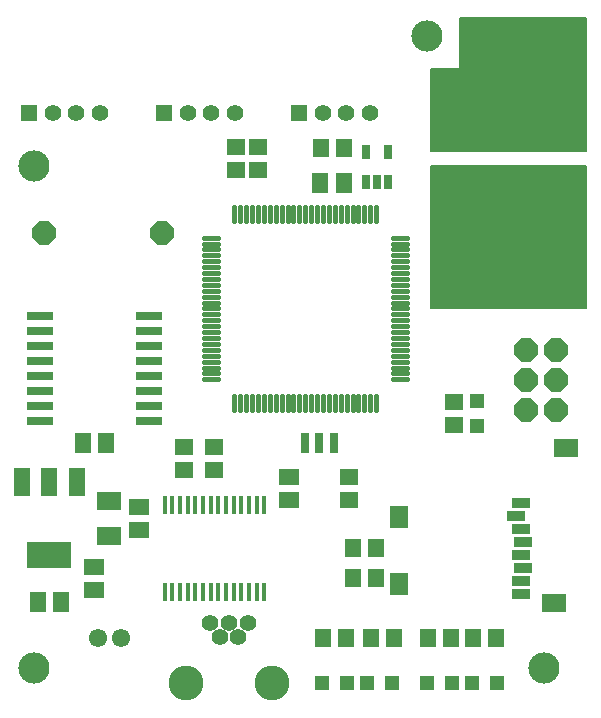
<source format=gts>
G75*
%MOIN*%
%OFA0B0*%
%FSLAX24Y24*%
%IPPOS*%
%LPD*%
%AMOC8*
5,1,8,0,0,1.08239X$1,22.5*
%
%ADD10C,0.0050*%
%ADD11C,0.1040*%
%ADD12R,0.0670X0.0552*%
%ADD13R,0.0552X0.0631*%
%ADD14R,0.0552X0.0670*%
%ADD15R,0.0906X0.0276*%
%ADD16C,0.0158*%
%ADD17R,0.0631X0.0552*%
%ADD18R,0.0512X0.0512*%
%ADD19OC8,0.0800*%
%ADD20OC8,0.0780*%
%ADD21R,0.0177X0.0590*%
%ADD22R,0.0827X0.0631*%
%ADD23C,0.0555*%
%ADD24C,0.1162*%
%ADD25R,0.0520X0.0920*%
%ADD26R,0.1457X0.0906*%
%ADD27R,0.0591X0.0749*%
%ADD28R,0.0788X0.0591*%
%ADD29R,0.0631X0.0355*%
%ADD30R,0.0749X0.0670*%
%ADD31R,0.0257X0.0512*%
%ADD32R,0.0555X0.0555*%
%ADD33R,0.0316X0.0709*%
%ADD34C,0.0610*%
%ADD35C,0.2340*%
D10*
X020058Y019000D02*
X020058Y023750D01*
X025215Y023750D01*
X025215Y019000D01*
X020058Y019000D01*
X020058Y019032D02*
X025215Y019032D01*
X025215Y019080D02*
X020058Y019080D01*
X020058Y019129D02*
X025215Y019129D01*
X025215Y019177D02*
X020058Y019177D01*
X020058Y019226D02*
X025215Y019226D01*
X025215Y019274D02*
X020058Y019274D01*
X020058Y019323D02*
X025215Y019323D01*
X025215Y019371D02*
X020058Y019371D01*
X020058Y019420D02*
X025215Y019420D01*
X025215Y019468D02*
X020058Y019468D01*
X020058Y019517D02*
X025215Y019517D01*
X025215Y019565D02*
X020058Y019565D01*
X020058Y019614D02*
X025215Y019614D01*
X025215Y019662D02*
X020058Y019662D01*
X020058Y019711D02*
X025215Y019711D01*
X025215Y019759D02*
X020058Y019759D01*
X020058Y019808D02*
X025215Y019808D01*
X025215Y019856D02*
X020058Y019856D01*
X020058Y019905D02*
X025215Y019905D01*
X025215Y019953D02*
X020058Y019953D01*
X020058Y020002D02*
X025215Y020002D01*
X025215Y020050D02*
X020058Y020050D01*
X020058Y020099D02*
X025215Y020099D01*
X025215Y020147D02*
X020058Y020147D01*
X020058Y020196D02*
X025215Y020196D01*
X025215Y020244D02*
X020058Y020244D01*
X020058Y020293D02*
X025215Y020293D01*
X025215Y020341D02*
X020058Y020341D01*
X020058Y020390D02*
X025215Y020390D01*
X025215Y020438D02*
X020058Y020438D01*
X020058Y020487D02*
X025215Y020487D01*
X025215Y020535D02*
X020058Y020535D01*
X020058Y020584D02*
X025215Y020584D01*
X025215Y020632D02*
X020058Y020632D01*
X020058Y020681D02*
X025215Y020681D01*
X025215Y020729D02*
X020058Y020729D01*
X020058Y020778D02*
X025215Y020778D01*
X025215Y020826D02*
X020058Y020826D01*
X020058Y020875D02*
X025215Y020875D01*
X025215Y020923D02*
X020058Y020923D01*
X020058Y020972D02*
X025215Y020972D01*
X025215Y021020D02*
X020058Y021020D01*
X020058Y021069D02*
X025215Y021069D01*
X025215Y021117D02*
X020058Y021117D01*
X020058Y021166D02*
X025215Y021166D01*
X025215Y021214D02*
X020058Y021214D01*
X020058Y021263D02*
X025215Y021263D01*
X025215Y021311D02*
X020058Y021311D01*
X020058Y021360D02*
X025215Y021360D01*
X025215Y021408D02*
X020058Y021408D01*
X020058Y021457D02*
X025215Y021457D01*
X025215Y021505D02*
X020058Y021505D01*
X020058Y021554D02*
X025215Y021554D01*
X025215Y021602D02*
X020058Y021602D01*
X020058Y021651D02*
X025215Y021651D01*
X025215Y021699D02*
X020058Y021699D01*
X020058Y021748D02*
X025215Y021748D01*
X025215Y021796D02*
X020058Y021796D01*
X020058Y021845D02*
X025215Y021845D01*
X025215Y021893D02*
X020058Y021893D01*
X020058Y021942D02*
X025215Y021942D01*
X025215Y021990D02*
X020058Y021990D01*
X020058Y022039D02*
X025215Y022039D01*
X025215Y022087D02*
X020058Y022087D01*
X020058Y022136D02*
X025215Y022136D01*
X025215Y022184D02*
X020058Y022184D01*
X020058Y022233D02*
X025215Y022233D01*
X025215Y022281D02*
X020058Y022281D01*
X020058Y022330D02*
X025215Y022330D01*
X025215Y022378D02*
X020058Y022378D01*
X020058Y022427D02*
X025215Y022427D01*
X025215Y022475D02*
X020058Y022475D01*
X020058Y022524D02*
X025215Y022524D01*
X025215Y022572D02*
X020058Y022572D01*
X020058Y022621D02*
X025215Y022621D01*
X025215Y022669D02*
X020058Y022669D01*
X020058Y022718D02*
X025215Y022718D01*
X025215Y022766D02*
X020058Y022766D01*
X020058Y022815D02*
X025215Y022815D01*
X025215Y022863D02*
X020058Y022863D01*
X020058Y022912D02*
X025215Y022912D01*
X025215Y022960D02*
X020058Y022960D01*
X020058Y023009D02*
X025215Y023009D01*
X025215Y023057D02*
X020058Y023057D01*
X020058Y023106D02*
X025215Y023106D01*
X025215Y023154D02*
X020058Y023154D01*
X020058Y023203D02*
X025215Y023203D01*
X025215Y023251D02*
X020058Y023251D01*
X020058Y023300D02*
X025215Y023300D01*
X025215Y023348D02*
X020058Y023348D01*
X020058Y023397D02*
X025215Y023397D01*
X025215Y023445D02*
X020058Y023445D01*
X020058Y023494D02*
X025215Y023494D01*
X025215Y023542D02*
X020058Y023542D01*
X020058Y023591D02*
X025215Y023591D01*
X025215Y023639D02*
X020058Y023639D01*
X020058Y023688D02*
X025215Y023688D01*
X025215Y023736D02*
X020058Y023736D01*
X020058Y024250D02*
X020058Y026968D01*
X021003Y026968D01*
X021003Y028689D01*
X025215Y028689D01*
X025215Y024250D01*
X020058Y024250D01*
X020058Y024270D02*
X025215Y024270D01*
X025215Y024318D02*
X020058Y024318D01*
X020058Y024367D02*
X025215Y024367D01*
X025215Y024415D02*
X020058Y024415D01*
X020058Y024464D02*
X025215Y024464D01*
X025215Y024512D02*
X020058Y024512D01*
X020058Y024561D02*
X025215Y024561D01*
X025215Y024609D02*
X020058Y024609D01*
X020058Y024658D02*
X025215Y024658D01*
X025215Y024706D02*
X020058Y024706D01*
X020058Y024755D02*
X025215Y024755D01*
X025215Y024803D02*
X020058Y024803D01*
X020058Y024852D02*
X025215Y024852D01*
X025215Y024900D02*
X020058Y024900D01*
X020058Y024949D02*
X025215Y024949D01*
X025215Y024997D02*
X020058Y024997D01*
X020058Y025046D02*
X025215Y025046D01*
X025215Y025094D02*
X020058Y025094D01*
X020058Y025143D02*
X025215Y025143D01*
X025215Y025191D02*
X020058Y025191D01*
X020058Y025240D02*
X025215Y025240D01*
X025215Y025288D02*
X020058Y025288D01*
X020058Y025337D02*
X025215Y025337D01*
X025215Y025385D02*
X020058Y025385D01*
X020058Y025434D02*
X025215Y025434D01*
X025215Y025482D02*
X020058Y025482D01*
X020058Y025531D02*
X025215Y025531D01*
X025215Y025579D02*
X020058Y025579D01*
X020058Y025628D02*
X025215Y025628D01*
X025215Y025676D02*
X020058Y025676D01*
X020058Y025725D02*
X025215Y025725D01*
X025215Y025773D02*
X020058Y025773D01*
X020058Y025822D02*
X025215Y025822D01*
X025215Y025870D02*
X020058Y025870D01*
X020058Y025919D02*
X025215Y025919D01*
X025215Y025967D02*
X020058Y025967D01*
X020058Y026016D02*
X025215Y026016D01*
X025215Y026064D02*
X020058Y026064D01*
X020058Y026113D02*
X025215Y026113D01*
X025215Y026161D02*
X020058Y026161D01*
X020058Y026210D02*
X025215Y026210D01*
X025215Y026258D02*
X020058Y026258D01*
X020058Y026307D02*
X025215Y026307D01*
X025215Y026355D02*
X020058Y026355D01*
X020058Y026404D02*
X025215Y026404D01*
X025215Y026452D02*
X020058Y026452D01*
X020058Y026501D02*
X025215Y026501D01*
X025215Y026549D02*
X020058Y026549D01*
X020058Y026598D02*
X025215Y026598D01*
X025215Y026646D02*
X020058Y026646D01*
X020058Y026695D02*
X025215Y026695D01*
X025215Y026743D02*
X020058Y026743D01*
X020058Y026792D02*
X025215Y026792D01*
X025215Y026840D02*
X020058Y026840D01*
X020058Y026889D02*
X025215Y026889D01*
X025215Y026937D02*
X020058Y026937D01*
X021003Y026986D02*
X025215Y026986D01*
X025215Y027034D02*
X021003Y027034D01*
X021003Y027083D02*
X025215Y027083D01*
X025215Y027131D02*
X021003Y027131D01*
X021003Y027180D02*
X025215Y027180D01*
X025215Y027228D02*
X021003Y027228D01*
X021003Y027277D02*
X025215Y027277D01*
X025215Y027325D02*
X021003Y027325D01*
X021003Y027374D02*
X025215Y027374D01*
X025215Y027422D02*
X021003Y027422D01*
X021003Y027471D02*
X025215Y027471D01*
X025215Y027519D02*
X021003Y027519D01*
X021003Y027568D02*
X025215Y027568D01*
X025215Y027616D02*
X021003Y027616D01*
X021003Y027665D02*
X025215Y027665D01*
X025215Y027713D02*
X021003Y027713D01*
X021003Y027762D02*
X025215Y027762D01*
X025215Y027810D02*
X021003Y027810D01*
X021003Y027859D02*
X025215Y027859D01*
X025215Y027907D02*
X021003Y027907D01*
X021003Y027956D02*
X025215Y027956D01*
X025215Y028004D02*
X021003Y028004D01*
X021003Y028053D02*
X025215Y028053D01*
X025215Y028101D02*
X021003Y028101D01*
X021003Y028150D02*
X025215Y028150D01*
X025215Y028198D02*
X021003Y028198D01*
X021003Y028247D02*
X025215Y028247D01*
X025215Y028295D02*
X021003Y028295D01*
X021003Y028344D02*
X025215Y028344D01*
X025215Y028392D02*
X021003Y028392D01*
X021003Y028441D02*
X025215Y028441D01*
X025215Y028489D02*
X021003Y028489D01*
X021003Y028538D02*
X025215Y028538D01*
X025215Y028586D02*
X021003Y028586D01*
X021003Y028635D02*
X025215Y028635D01*
X025215Y028683D02*
X021003Y028683D01*
D11*
X006833Y007000D03*
X006833Y023736D03*
X019912Y028067D03*
X023833Y007000D03*
D12*
X015333Y012606D03*
X015333Y013394D03*
X010333Y012394D03*
X010333Y011606D03*
X008833Y010394D03*
X008833Y009606D03*
D13*
X016459Y008000D03*
X017207Y008000D03*
X018059Y008000D03*
X018807Y008000D03*
X019959Y008000D03*
X020707Y008000D03*
X021459Y008000D03*
X022207Y008000D03*
X018207Y010000D03*
X017459Y010000D03*
X017459Y011000D03*
X018207Y011000D03*
X017136Y024346D03*
X016388Y024346D03*
D14*
X016369Y023189D03*
X017156Y023189D03*
X009227Y014500D03*
X008440Y014500D03*
X007727Y009200D03*
X006940Y009200D03*
D15*
X007022Y015250D03*
X007022Y015750D03*
X007022Y016250D03*
X007022Y016750D03*
X007022Y017250D03*
X007022Y017750D03*
X007022Y018250D03*
X007022Y018750D03*
X010644Y018750D03*
X010644Y018250D03*
X010644Y017750D03*
X010644Y017250D03*
X010644Y016750D03*
X010644Y016250D03*
X010644Y015750D03*
X010644Y015250D03*
D16*
X012475Y016638D02*
X012947Y016638D01*
X012947Y016835D02*
X012475Y016835D01*
X012475Y017031D02*
X012947Y017031D01*
X012947Y017228D02*
X012475Y017228D01*
X012475Y017425D02*
X012947Y017425D01*
X012947Y017622D02*
X012475Y017622D01*
X012475Y017819D02*
X012947Y017819D01*
X012947Y018016D02*
X012475Y018016D01*
X012475Y018213D02*
X012947Y018213D01*
X012947Y018409D02*
X012475Y018409D01*
X012475Y018606D02*
X012947Y018606D01*
X012947Y018803D02*
X012475Y018803D01*
X012475Y019000D02*
X012947Y019000D01*
X012947Y019197D02*
X012475Y019197D01*
X012475Y019394D02*
X012947Y019394D01*
X012947Y019591D02*
X012475Y019591D01*
X012475Y019787D02*
X012947Y019787D01*
X012947Y019984D02*
X012475Y019984D01*
X012475Y020181D02*
X012947Y020181D01*
X012947Y020378D02*
X012475Y020378D01*
X012475Y020575D02*
X012947Y020575D01*
X012947Y020772D02*
X012475Y020772D01*
X012475Y020969D02*
X012947Y020969D01*
X012947Y021165D02*
X012475Y021165D01*
X012475Y021362D02*
X012947Y021362D01*
X013499Y021914D02*
X013499Y022386D01*
X013696Y022386D02*
X013696Y021914D01*
X013892Y021914D02*
X013892Y022386D01*
X014089Y022386D02*
X014089Y021914D01*
X014286Y021914D02*
X014286Y022386D01*
X014483Y022386D02*
X014483Y021914D01*
X014680Y021914D02*
X014680Y022386D01*
X014877Y022386D02*
X014877Y021914D01*
X015073Y021914D02*
X015073Y022386D01*
X015270Y022386D02*
X015270Y021914D01*
X015467Y021914D02*
X015467Y022386D01*
X015664Y022386D02*
X015664Y021914D01*
X015861Y021914D02*
X015861Y022386D01*
X016058Y022386D02*
X016058Y021914D01*
X016255Y021914D02*
X016255Y022386D01*
X016451Y022386D02*
X016451Y021914D01*
X016648Y021914D02*
X016648Y022386D01*
X016845Y022386D02*
X016845Y021914D01*
X017042Y021914D02*
X017042Y022386D01*
X017239Y022386D02*
X017239Y021914D01*
X017436Y021914D02*
X017436Y022386D01*
X017633Y022386D02*
X017633Y021914D01*
X017829Y021914D02*
X017829Y022386D01*
X018026Y022386D02*
X018026Y021914D01*
X018223Y021914D02*
X018223Y022386D01*
X018774Y021362D02*
X019246Y021362D01*
X019246Y021165D02*
X018774Y021165D01*
X018774Y020969D02*
X019246Y020969D01*
X019246Y020772D02*
X018774Y020772D01*
X018774Y020575D02*
X019246Y020575D01*
X019246Y020378D02*
X018774Y020378D01*
X018774Y020181D02*
X019246Y020181D01*
X019246Y019984D02*
X018774Y019984D01*
X018774Y019787D02*
X019246Y019787D01*
X019246Y019591D02*
X018774Y019591D01*
X018774Y019394D02*
X019246Y019394D01*
X019246Y019197D02*
X018774Y019197D01*
X018774Y019000D02*
X019246Y019000D01*
X019246Y018803D02*
X018774Y018803D01*
X018774Y018606D02*
X019246Y018606D01*
X019246Y018409D02*
X018774Y018409D01*
X018774Y018213D02*
X019246Y018213D01*
X019246Y018016D02*
X018774Y018016D01*
X018774Y017819D02*
X019246Y017819D01*
X019246Y017622D02*
X018774Y017622D01*
X018774Y017425D02*
X019246Y017425D01*
X019246Y017228D02*
X018774Y017228D01*
X018774Y017031D02*
X019246Y017031D01*
X019246Y016835D02*
X018774Y016835D01*
X018774Y016638D02*
X019246Y016638D01*
X018223Y016086D02*
X018223Y015614D01*
X018026Y015614D02*
X018026Y016086D01*
X017829Y016086D02*
X017829Y015614D01*
X017633Y015614D02*
X017633Y016086D01*
X017436Y016086D02*
X017436Y015614D01*
X017239Y015614D02*
X017239Y016086D01*
X017042Y016086D02*
X017042Y015614D01*
X016845Y015614D02*
X016845Y016086D01*
X016648Y016086D02*
X016648Y015614D01*
X016451Y015614D02*
X016451Y016086D01*
X016255Y016086D02*
X016255Y015614D01*
X016058Y015614D02*
X016058Y016086D01*
X015861Y016086D02*
X015861Y015614D01*
X015664Y015614D02*
X015664Y016086D01*
X015467Y016086D02*
X015467Y015614D01*
X015270Y015614D02*
X015270Y016086D01*
X015073Y016086D02*
X015073Y015614D01*
X014877Y015614D02*
X014877Y016086D01*
X014680Y016086D02*
X014680Y015614D01*
X014483Y015614D02*
X014483Y016086D01*
X014286Y016086D02*
X014286Y015614D01*
X014089Y015614D02*
X014089Y016086D01*
X013892Y016086D02*
X013892Y015614D01*
X013696Y015614D02*
X013696Y016086D01*
X013499Y016086D02*
X013499Y015614D01*
D17*
X012833Y014374D03*
X012833Y013626D03*
X011833Y013626D03*
X011833Y014374D03*
X017333Y013374D03*
X017333Y012626D03*
X020833Y015126D03*
X020833Y015874D03*
X014295Y023626D03*
X013552Y023626D03*
X013552Y024374D03*
X014295Y024374D03*
D18*
X021597Y015913D03*
X021597Y015087D03*
X021420Y006500D03*
X020747Y006500D03*
X019920Y006500D03*
X018747Y006500D03*
X017920Y006500D03*
X017247Y006500D03*
X016420Y006500D03*
X022247Y006500D03*
D19*
X011093Y021500D03*
X007156Y021500D03*
D20*
X023233Y017600D03*
X023233Y016600D03*
X023233Y015600D03*
X024233Y015600D03*
X024233Y016600D03*
X024233Y017600D03*
D21*
X014497Y012439D03*
X014241Y012439D03*
X013985Y012439D03*
X013729Y012439D03*
X013473Y012439D03*
X013217Y012439D03*
X012961Y012439D03*
X012705Y012439D03*
X012449Y012439D03*
X012194Y012439D03*
X011938Y012439D03*
X011682Y012439D03*
X011426Y012439D03*
X011170Y012439D03*
X011170Y009561D03*
X011426Y009561D03*
X011682Y009561D03*
X011938Y009561D03*
X012194Y009561D03*
X012449Y009561D03*
X012705Y009561D03*
X012961Y009561D03*
X013217Y009561D03*
X013473Y009561D03*
X013729Y009561D03*
X013985Y009561D03*
X014241Y009561D03*
X014497Y009561D03*
D22*
X009333Y011409D03*
X009333Y012591D03*
D23*
X012688Y008508D03*
X013003Y008035D03*
X013318Y008508D03*
X013633Y008035D03*
X013948Y008508D03*
X013514Y025500D03*
X012727Y025500D03*
X011940Y025500D03*
X009014Y025500D03*
X008227Y025500D03*
X007440Y025500D03*
X016440Y025500D03*
X017227Y025500D03*
X018014Y025500D03*
D24*
X014755Y006500D03*
X011881Y006500D03*
D25*
X008243Y013220D03*
X007333Y013220D03*
X006423Y013220D03*
D26*
X007333Y010780D03*
D27*
X018991Y009807D03*
X018991Y012051D03*
D28*
X024168Y009177D03*
X024562Y014354D03*
D29*
X023046Y012520D03*
X022888Y012087D03*
X023046Y011654D03*
X023125Y011220D03*
X023046Y010787D03*
X023125Y010354D03*
X023046Y009921D03*
X023046Y009488D03*
D30*
X023333Y023449D03*
X023333Y024551D03*
D31*
X018633Y024232D03*
X017885Y024232D03*
X017885Y023209D03*
X018259Y023209D03*
X018633Y023209D03*
D32*
X015652Y025500D03*
X011152Y025500D03*
X006652Y025500D03*
D33*
X015861Y014500D03*
X016333Y014500D03*
X016806Y014500D03*
D34*
X009727Y008000D03*
X008940Y008000D03*
D35*
X023333Y021000D03*
X023333Y027000D03*
M02*

</source>
